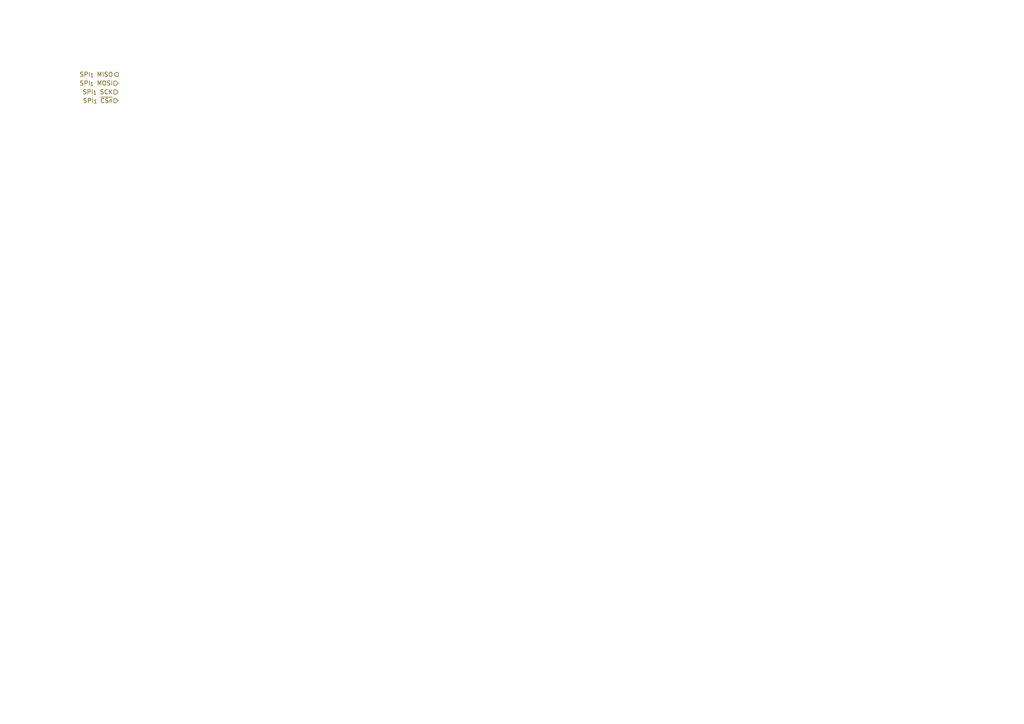
<source format=kicad_sch>
(kicad_sch
	(version 20250114)
	(generator "eeschema")
	(generator_version "9.0")
	(uuid "c7205e34-92e0-48b7-a47d-104f04e71ada")
	(paper "A4")
	(title_block
		(title "Banshee Long Range Radio")
		(date "2026-02-26")
		(rev "1")
		(company "Ivan Leonard O Aparte <ivanleonard.aparte@cit.edu>")
	)
	(lib_symbols)
	(hierarchical_label "SPI_{1} ~{CSn}"
		(shape input)
		(at 34.29 29.21 180)
		(effects
			(font
				(size 1.27 1.27)
			)
			(justify right)
		)
		(uuid "24466025-4731-4990-911e-577a12e4f5ba")
	)
	(hierarchical_label "SPI_{1} MOSI"
		(shape input)
		(at 34.29 24.13 180)
		(effects
			(font
				(size 1.27 1.27)
			)
			(justify right)
		)
		(uuid "2841314b-4798-4cf1-87da-6ab1ebbd1f8a")
	)
	(hierarchical_label "SPI_{1} SCK"
		(shape input)
		(at 34.29 26.67 180)
		(effects
			(font
				(size 1.27 1.27)
			)
			(justify right)
		)
		(uuid "3b333e8c-9439-419b-b612-2a415123c540")
	)
	(hierarchical_label "SPI_{1} MISO"
		(shape output)
		(at 34.29 21.59 180)
		(effects
			(font
				(size 1.27 1.27)
			)
			(justify right)
		)
		(uuid "a211e472-d817-499c-bcf1-e3cbe0a168cd")
	)
)

</source>
